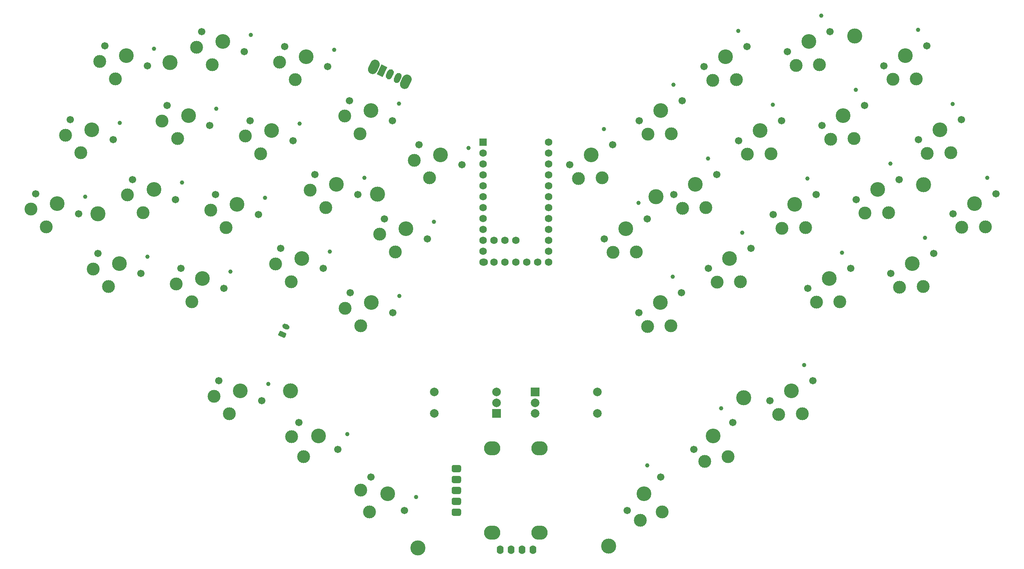
<source format=gbr>
%TF.GenerationSoftware,KiCad,Pcbnew,(5.1.9)-1*%
%TF.CreationDate,2021-12-09T21:31:54-08:00*%
%TF.ProjectId,barobord,6261726f-626f-4726-942e-6b696361645f,rev?*%
%TF.SameCoordinates,Original*%
%TF.FileFunction,Soldermask,Top*%
%TF.FilePolarity,Negative*%
%FSLAX46Y46*%
G04 Gerber Fmt 4.6, Leading zero omitted, Abs format (unit mm)*
G04 Created by KiCad (PCBNEW (5.1.9)-1) date 2021-12-09 21:31:54*
%MOMM*%
%LPD*%
G01*
G04 APERTURE LIST*
%ADD10C,1.701800*%
%ADD11C,3.000000*%
%ADD12C,3.429000*%
%ADD13C,0.990600*%
%ADD14C,3.500000*%
%ADD15C,0.100000*%
%ADD16C,1.752600*%
%ADD17R,1.752600X1.752600*%
%ADD18R,2.000000X2.000000*%
%ADD19C,2.000000*%
%ADD20O,1.600000X2.000000*%
%ADD21O,3.800000X3.300000*%
G04 APERTURE END LIST*
D10*
%TO.C,SW40*%
X224029622Y-94306270D03*
X233999008Y-89657470D03*
D11*
X226067595Y-97493616D03*
D12*
X229014315Y-91981870D03*
D11*
X231528894Y-97374401D03*
D13*
X231970245Y-85969310D03*
%TD*%
D10*
%TO.C,SW39*%
X204696685Y-97804475D03*
X214666071Y-93155675D03*
D11*
X206734658Y-100991821D03*
D12*
X209681378Y-95480075D03*
D11*
X212195957Y-100872606D03*
D13*
X212637308Y-89467515D03*
%TD*%
D10*
%TO.C,SW38*%
X195929198Y-123960378D03*
X205898584Y-119311578D03*
D11*
X197967171Y-127147724D03*
D12*
X200913891Y-121635978D03*
D11*
X203428470Y-127028509D03*
D13*
X203869821Y-115623418D03*
%TD*%
D10*
%TO.C,SW37*%
X178222023Y-135290649D03*
X187232695Y-128981309D03*
D11*
X180782510Y-138075681D03*
D12*
X182727359Y-132135979D03*
D11*
X186140139Y-137009934D03*
D13*
X184594312Y-125701471D03*
%TD*%
D10*
%TO.C,SW36*%
X162751343Y-149523607D03*
X170529517Y-141745433D03*
D11*
X165756547Y-151821704D03*
D12*
X166640430Y-145634520D03*
D11*
X170847715Y-149841805D03*
D13*
X167361679Y-138973574D03*
%TD*%
D10*
%TO.C,SW35*%
X103077842Y-141745432D03*
X110856016Y-149523606D03*
D11*
X100779745Y-144750636D03*
D12*
X106966929Y-145634519D03*
D11*
X102759644Y-149841804D03*
D13*
X113627875Y-146355768D03*
%TD*%
D10*
%TO.C,SW34*%
X86374658Y-128981309D03*
X95385330Y-135290649D03*
D11*
X84633322Y-132339917D03*
D12*
X90879994Y-132135979D03*
D11*
X87467214Y-137009934D03*
D13*
X97564989Y-131689609D03*
%TD*%
D10*
%TO.C,SW33*%
X67708767Y-119311580D03*
X77678153Y-123960380D03*
D11*
X66577103Y-122921543D03*
D12*
X72693460Y-121635980D03*
D11*
X70178881Y-127028511D03*
D13*
X79199383Y-120035555D03*
%TD*%
D10*
%TO.C,SW32*%
X58941286Y-93155678D03*
X68910672Y-97804478D03*
D11*
X57809622Y-96765641D03*
D12*
X63925979Y-95480078D03*
D11*
X61411400Y-100872609D03*
D13*
X70431902Y-93879653D03*
%TD*%
D10*
%TO.C,SW31*%
X39608349Y-89657470D03*
X49577735Y-94306270D03*
D11*
X38476685Y-93267433D03*
D12*
X44593042Y-91981870D03*
D11*
X42078463Y-97374401D03*
D13*
X51098965Y-90381445D03*
%TD*%
D10*
%TO.C,SW30*%
X238502448Y-80385522D03*
X248471834Y-75736722D03*
D11*
X240540421Y-83572868D03*
D12*
X243487141Y-78061122D03*
D11*
X246001720Y-83453653D03*
D13*
X246443071Y-72048562D03*
%TD*%
D10*
%TO.C,SW29*%
X215999875Y-77086423D03*
X225969261Y-72437623D03*
D11*
X218037848Y-80273769D03*
D12*
X220984568Y-74762023D03*
D11*
X223499147Y-80154554D03*
D13*
X223940498Y-68749463D03*
%TD*%
D10*
%TO.C,SW28*%
X196666937Y-80584633D03*
X206636323Y-75935833D03*
D11*
X198704910Y-83771979D03*
D12*
X201651630Y-78260233D03*
D11*
X204166209Y-83652764D03*
D13*
X204607560Y-72247673D03*
%TD*%
D10*
%TO.C,SW27*%
X181560179Y-93145915D03*
X191529565Y-88497115D03*
D11*
X183598152Y-96333261D03*
D12*
X186544872Y-90821515D03*
D11*
X189059451Y-96214046D03*
D13*
X189500802Y-84808955D03*
%TD*%
D10*
%TO.C,SW26*%
X165396877Y-103441433D03*
X175366263Y-98792633D03*
D11*
X167434850Y-106628779D03*
D12*
X170381570Y-101117033D03*
D11*
X172896149Y-106509564D03*
D13*
X173337500Y-95104473D03*
%TD*%
D10*
%TO.C,SW25*%
X98241093Y-98792632D03*
X108210479Y-103441432D03*
D11*
X97109429Y-102402595D03*
D12*
X103225786Y-101117032D03*
D11*
X100711207Y-106509563D03*
D13*
X109731709Y-99516607D03*
%TD*%
D10*
%TO.C,SW24*%
X82077789Y-88497116D03*
X92047175Y-93145916D03*
D11*
X80946125Y-92107079D03*
D12*
X87062482Y-90821516D03*
D11*
X84547903Y-96214047D03*
D13*
X93568405Y-89221091D03*
%TD*%
D10*
%TO.C,SW23*%
X66971033Y-75935830D03*
X76940419Y-80584630D03*
D11*
X65839369Y-79545793D03*
D12*
X71955726Y-78260230D03*
D11*
X69441147Y-83652761D03*
D13*
X78461649Y-76659805D03*
%TD*%
D10*
%TO.C,SW22*%
X47638096Y-72437624D03*
X57607482Y-77086424D03*
D11*
X46506432Y-76047587D03*
D12*
X52622789Y-74762024D03*
D11*
X50108210Y-80154555D03*
D13*
X59128712Y-73161599D03*
%TD*%
D10*
%TO.C,SW21*%
X25135518Y-75736723D03*
X35104904Y-80385523D03*
D11*
X24003854Y-79346686D03*
D12*
X30120211Y-78061123D03*
D11*
X27605632Y-83453654D03*
D13*
X36626134Y-76460698D03*
%TD*%
D10*
%TO.C,SW20*%
X230472701Y-63165675D03*
X240442087Y-58516875D03*
D11*
X232510674Y-66353021D03*
D12*
X235457394Y-60841275D03*
D11*
X237971973Y-66233806D03*
D13*
X238413324Y-54828715D03*
%TD*%
D10*
%TO.C,SW19*%
X207970129Y-59866574D03*
X217939515Y-55217774D03*
D11*
X210008102Y-63053920D03*
D12*
X212954822Y-57542174D03*
D11*
X215469401Y-62934705D03*
D13*
X215910752Y-51529614D03*
%TD*%
D10*
%TO.C,SW18*%
X188637188Y-63364784D03*
X198606574Y-58715984D03*
D11*
X190675161Y-66552130D03*
D12*
X193621881Y-61040384D03*
D11*
X196136460Y-66432915D03*
D13*
X196577811Y-55027824D03*
%TD*%
D10*
%TO.C,SW17*%
X173530434Y-75926071D03*
X183499820Y-71277271D03*
D11*
X175568407Y-79113417D03*
D12*
X178515127Y-73601671D03*
D11*
X181029706Y-78994202D03*
D13*
X181471057Y-67589111D03*
%TD*%
D10*
%TO.C,SW16*%
X157367129Y-86221586D03*
X167336515Y-81572786D03*
D11*
X159405102Y-89408932D03*
D12*
X162351822Y-83897186D03*
D11*
X164866401Y-89289717D03*
D13*
X165307752Y-77884626D03*
%TD*%
D10*
%TO.C,SW15*%
X106270840Y-81572789D03*
X116240226Y-86221589D03*
D11*
X105139176Y-85182752D03*
D12*
X111255533Y-83897189D03*
D11*
X108740954Y-89289720D03*
D13*
X117761456Y-82296764D03*
%TD*%
D10*
%TO.C,SW14*%
X90107536Y-71277269D03*
X100076922Y-75926069D03*
D11*
X88975872Y-74887232D03*
D12*
X95092229Y-73601669D03*
D11*
X92577650Y-78994200D03*
D13*
X101598152Y-72001244D03*
%TD*%
D10*
%TO.C,SW13*%
X75000781Y-58715984D03*
X84970167Y-63364784D03*
D11*
X73869117Y-62325947D03*
D12*
X79985474Y-61040384D03*
D11*
X77470895Y-66432915D03*
D13*
X86491397Y-59439959D03*
%TD*%
D10*
%TO.C,SW12*%
X55667843Y-55217776D03*
X65637229Y-59866576D03*
D11*
X54536179Y-58827739D03*
D12*
X60652536Y-57542176D03*
D11*
X58137957Y-62934707D03*
D13*
X67158459Y-55941751D03*
%TD*%
D10*
%TO.C,SW11*%
X33165268Y-58516876D03*
X43134654Y-63165676D03*
D11*
X32033604Y-62126839D03*
D12*
X38149961Y-60841276D03*
D11*
X35635382Y-66233807D03*
D13*
X44655884Y-59240851D03*
%TD*%
D10*
%TO.C,SW10*%
X222442955Y-45945828D03*
X232412341Y-41297028D03*
D11*
X224480928Y-49133174D03*
D12*
X227427648Y-43621428D03*
D11*
X229942227Y-49013959D03*
D13*
X230383578Y-37608868D03*
%TD*%
D10*
%TO.C,SW9*%
X199940380Y-42646729D03*
X209909766Y-37997929D03*
D11*
X201978353Y-45834075D03*
D12*
X204925073Y-40322329D03*
D11*
X207439652Y-45714860D03*
D13*
X207881003Y-34309769D03*
%TD*%
D10*
%TO.C,SW8*%
X180607442Y-46144938D03*
X190576828Y-41496138D03*
D11*
X182645415Y-49332284D03*
D12*
X185592135Y-43820538D03*
D11*
X188106714Y-49213069D03*
D13*
X188548065Y-37807978D03*
%TD*%
D10*
%TO.C,SW7*%
X165500687Y-58706221D03*
X175470073Y-54057421D03*
D11*
X167538660Y-61893567D03*
D12*
X170485380Y-56381821D03*
D11*
X172999959Y-61774352D03*
D13*
X173441310Y-50369261D03*
%TD*%
D10*
%TO.C,SW6*%
X149337383Y-69001735D03*
X159306769Y-64352935D03*
D11*
X151375356Y-72189081D03*
D12*
X154322076Y-66677335D03*
D11*
X156836655Y-72069866D03*
D13*
X157278006Y-60664775D03*
%TD*%
D10*
%TO.C,SW5*%
X114300584Y-64352939D03*
X124269970Y-69001739D03*
D11*
X113168920Y-67962902D03*
D12*
X119285277Y-66677339D03*
D11*
X116770698Y-72069870D03*
D13*
X125791200Y-65076914D03*
%TD*%
D10*
%TO.C,SW4*%
X98137283Y-54057420D03*
X108106669Y-58706220D03*
D11*
X97005619Y-57667383D03*
D12*
X103121976Y-56381820D03*
D11*
X100607397Y-61774351D03*
D13*
X109627899Y-54781395D03*
%TD*%
D10*
%TO.C,SW3*%
X83030527Y-41496137D03*
X92999913Y-46144937D03*
D11*
X81898863Y-45106100D03*
D12*
X88015220Y-43820537D03*
D11*
X85500641Y-49213068D03*
D13*
X94521143Y-42220112D03*
%TD*%
D10*
%TO.C,SW2*%
X63697589Y-37997930D03*
X73666975Y-42646730D03*
D11*
X62565925Y-41607893D03*
D12*
X68682282Y-40322330D03*
D11*
X66167703Y-45714861D03*
D13*
X75188205Y-38721905D03*
%TD*%
D10*
%TO.C,SW1*%
X41195014Y-41297029D03*
X51164400Y-45945829D03*
D11*
X40063350Y-44906992D03*
D12*
X46179707Y-43621429D03*
D11*
X43665128Y-49013960D03*
D13*
X52685630Y-42021004D03*
%TD*%
D14*
%TO.C,*%
X189803891Y-123235980D03*
%TD*%
%TO.C,*%
X231607143Y-73631122D03*
%TD*%
%TO.C,*%
X215607648Y-39031429D03*
%TD*%
%TO.C,*%
X169401824Y-76437184D03*
%TD*%
%TO.C,*%
X158410426Y-157834521D03*
%TD*%
%TO.C,*%
X114006929Y-158234518D03*
%TD*%
%TO.C,*%
X84403462Y-121635977D03*
%TD*%
%TO.C,*%
X104605531Y-75837184D03*
%TD*%
%TO.C,*%
X39610214Y-80431123D03*
%TD*%
%TO.C,*%
X56409707Y-45231429D03*
%TD*%
%TO.C,SW46*%
G36*
G01*
X109948109Y-49796716D02*
X110497513Y-48618516D01*
G75*
G02*
X111959332Y-48086457I996939J-464880D01*
G01*
X111959332Y-48086457D01*
G75*
G02*
X112491391Y-49548276I-464880J-996939D01*
G01*
X111941987Y-50726476D01*
G75*
G02*
X110480168Y-51258535I-996939J464880D01*
G01*
X110480168Y-51258535D01*
G75*
G02*
X109948109Y-49796716I464880J996939D01*
G01*
G37*
G36*
G01*
X102516385Y-46331247D02*
X103065789Y-45153047D01*
G75*
G02*
X104527608Y-44620988I996939J-464880D01*
G01*
X104527608Y-44620988D01*
G75*
G02*
X105059667Y-46082807I-464880J-996939D01*
G01*
X104510263Y-47261007D01*
G75*
G02*
X103048444Y-47793066I-996939J464880D01*
G01*
X103048444Y-47793066D01*
G75*
G02*
X102516385Y-46331247I464880J996939D01*
G01*
G37*
G36*
G01*
X108425463Y-48921188D02*
X108848081Y-48014880D01*
G75*
G02*
X109844776Y-47652113I679731J-316964D01*
G01*
X109844776Y-47652113D01*
G75*
G02*
X110207543Y-48648808I-316964J-679731D01*
G01*
X109784925Y-49555116D01*
G75*
G02*
X108788230Y-49917883I-679731J316964D01*
G01*
X108788230Y-49917883D01*
G75*
G02*
X108425463Y-48921188I316964J679731D01*
G01*
G37*
G36*
G01*
X106612848Y-48075952D02*
X107035466Y-47169644D01*
G75*
G02*
X108032161Y-46806877I679731J-316964D01*
G01*
X108032161Y-46806877D01*
G75*
G02*
X108394928Y-47803572I-316964J-679731D01*
G01*
X107972310Y-48709880D01*
G75*
G02*
X106975615Y-49072647I-679731J316964D01*
G01*
X106975615Y-49072647D01*
G75*
G02*
X106612848Y-48075952I316964J679731D01*
G01*
G37*
D15*
G36*
X104483268Y-47910446D02*
G01*
X105539814Y-45644677D01*
X106899276Y-46278604D01*
X105842730Y-48544373D01*
X104483268Y-47910446D01*
G37*
%TD*%
%TO.C,J2*%
G36*
G01*
X83316571Y-107359114D02*
X82818101Y-107126674D01*
G75*
G02*
X82527887Y-106329318I253571J543785D01*
G01*
X82527887Y-106329318D01*
G75*
G02*
X83325243Y-106039104I543785J-253571D01*
G01*
X83823713Y-106271544D01*
G75*
G02*
X84113927Y-107068900I-253571J-543785D01*
G01*
X84113927Y-107068900D01*
G75*
G02*
X83316571Y-107359114I-543785J253571D01*
G01*
G37*
G36*
G01*
X82788542Y-109319646D02*
X81655656Y-108791373D01*
G75*
G02*
X81534734Y-108459143I105654J226576D01*
G01*
X81830568Y-107824726D01*
G75*
G02*
X82162798Y-107703804I226576J-105654D01*
G01*
X83295684Y-108232077D01*
G75*
G02*
X83416606Y-108564307I-105654J-226576D01*
G01*
X83120772Y-109198724D01*
G75*
G02*
X82788542Y-109319646I-226576J105654D01*
G01*
G37*
%TD*%
D16*
%TO.C,U2*%
X129186271Y-63706125D03*
X129186271Y-66246125D03*
X129186271Y-68786125D03*
X129186271Y-71326125D03*
X129186271Y-73866125D03*
X129186271Y-76406125D03*
X129186271Y-78946125D03*
X129186271Y-81486125D03*
X129186271Y-84026125D03*
X129186271Y-86566125D03*
X129186271Y-89106125D03*
X144426271Y-91646125D03*
X144426271Y-89106125D03*
X144426271Y-86566125D03*
X144426271Y-84026125D03*
X144426271Y-81486125D03*
X144426271Y-78946125D03*
X144426271Y-76406125D03*
X144426271Y-73866125D03*
X144426271Y-71326125D03*
X144426271Y-68786125D03*
X144426271Y-66246125D03*
X129186271Y-91646125D03*
X144426271Y-63706125D03*
X131726271Y-86566125D03*
X134266271Y-86566125D03*
X136806271Y-86566125D03*
%TD*%
%TO.C,U1*%
X131726271Y-91646125D03*
X134266271Y-91646125D03*
X136806271Y-91646125D03*
X139346271Y-91646125D03*
X141886271Y-91646125D03*
X144426271Y-63706125D03*
X129414871Y-91646125D03*
X144426271Y-66246125D03*
X144426271Y-68786125D03*
X144426271Y-71326125D03*
X144426271Y-73866125D03*
X144426271Y-76406125D03*
X144426271Y-78946125D03*
X144426271Y-81486125D03*
X144426271Y-84026125D03*
X144426271Y-86566125D03*
X144426271Y-89106125D03*
X144426271Y-91646125D03*
X129186271Y-89106125D03*
X129186271Y-86566125D03*
X129186271Y-84026125D03*
X129186271Y-81486125D03*
X129186271Y-78946125D03*
X129186271Y-76406125D03*
X129186271Y-73866125D03*
X129186271Y-71326125D03*
X129186271Y-68786125D03*
X129186271Y-66246125D03*
D17*
X129186271Y-63706125D03*
%TD*%
D18*
%TO.C,SW43*%
X141306272Y-121934125D03*
D19*
X141306272Y-124434125D03*
X141306272Y-126934125D03*
X155806272Y-121934125D03*
X155806272Y-126934125D03*
%TD*%
D18*
%TO.C,SW42*%
X132306270Y-126934125D03*
D19*
X132306270Y-124434125D03*
X132306270Y-121934125D03*
X117806270Y-126934125D03*
X117806270Y-121934125D03*
%TD*%
D20*
%TO.C,Brd1*%
X138286272Y-158634123D03*
X140826272Y-158634123D03*
X135746272Y-158634123D03*
X133206272Y-158634123D03*
%TD*%
D21*
%TO.C,J1*%
X131306270Y-135034124D03*
X142306270Y-135034124D03*
X142306270Y-154634124D03*
X131306270Y-154634124D03*
G36*
G01*
X124082270Y-139329124D02*
X124082270Y-140179124D01*
G75*
G02*
X123657270Y-140604124I-425000J0D01*
G01*
X122307270Y-140604124D01*
G75*
G02*
X121882270Y-140179124I0J425000D01*
G01*
X121882270Y-139329124D01*
G75*
G02*
X122307270Y-138904124I425000J0D01*
G01*
X123657270Y-138904124D01*
G75*
G02*
X124082270Y-139329124I0J-425000D01*
G01*
G37*
G36*
G01*
X123657270Y-143144124D02*
X122307270Y-143144124D01*
G75*
G02*
X121882270Y-142719124I0J425000D01*
G01*
X121882270Y-141869124D01*
G75*
G02*
X122307270Y-141444124I425000J0D01*
G01*
X123657270Y-141444124D01*
G75*
G02*
X124082270Y-141869124I0J-425000D01*
G01*
X124082270Y-142719124D01*
G75*
G02*
X123657270Y-143144124I-425000J0D01*
G01*
G37*
G36*
G01*
X123657270Y-145684124D02*
X122307270Y-145684124D01*
G75*
G02*
X121882270Y-145259124I0J425000D01*
G01*
X121882270Y-144409124D01*
G75*
G02*
X122307270Y-143984124I425000J0D01*
G01*
X123657270Y-143984124D01*
G75*
G02*
X124082270Y-144409124I0J-425000D01*
G01*
X124082270Y-145259124D01*
G75*
G02*
X123657270Y-145684124I-425000J0D01*
G01*
G37*
G36*
G01*
X123657270Y-148224124D02*
X122307270Y-148224124D01*
G75*
G02*
X121882270Y-147799124I0J425000D01*
G01*
X121882270Y-146949124D01*
G75*
G02*
X122307270Y-146524124I425000J0D01*
G01*
X123657270Y-146524124D01*
G75*
G02*
X124082270Y-146949124I0J-425000D01*
G01*
X124082270Y-147799124D01*
G75*
G02*
X123657270Y-148224124I-425000J0D01*
G01*
G37*
G36*
G01*
X123657270Y-150764124D02*
X122307270Y-150764124D01*
G75*
G02*
X121882270Y-150339124I0J425000D01*
G01*
X121882270Y-149489124D01*
G75*
G02*
X122307270Y-149064124I425000J0D01*
G01*
X123657270Y-149064124D01*
G75*
G02*
X124082270Y-149489124I0J-425000D01*
G01*
X124082270Y-150339124D01*
G75*
G02*
X123657270Y-150764124I-425000J0D01*
G01*
G37*
%TD*%
M02*

</source>
